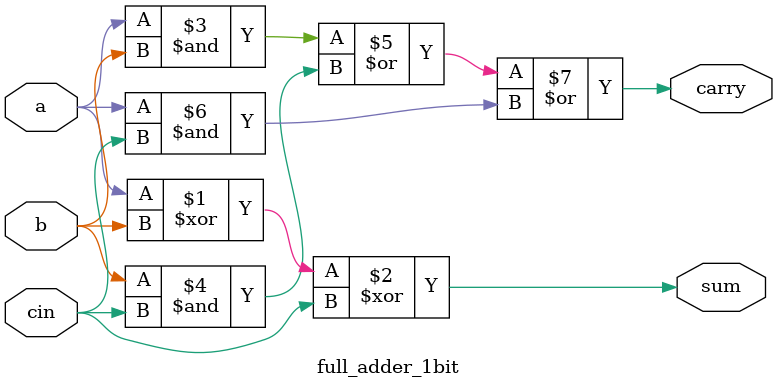
<source format=v>
module full_adder_1bit(a,b,cin,sum,carry);
input a,b,cin;
output sum,carry;

assign sum=a^b^cin;
assign carry=(a&b)|(b&cin)|(a&cin);

endmodule

</source>
